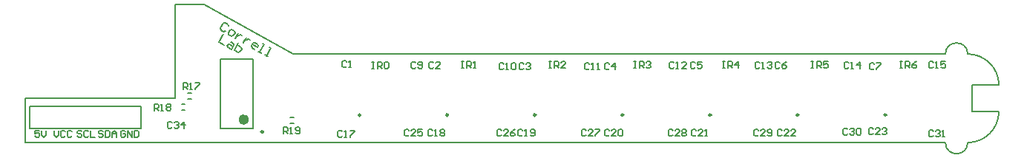
<source format=gto>
%FSLAX23Y23*%
%MOIN*%
G70*
G01*
G75*
%ADD10R,0.028X0.035*%
%ADD11R,0.063X0.016*%
%ADD12R,0.014X0.063*%
%ADD13O,0.055X0.018*%
%ADD14R,0.035X0.031*%
%ADD15C,0.015*%
%ADD16C,0.020*%
%ADD17C,0.007*%
%ADD18C,0.005*%
%ADD19C,0.059*%
%ADD20C,0.100*%
%ADD21R,0.059X0.059*%
%ADD22C,0.029*%
%ADD23R,0.039X0.020*%
%ADD24R,0.020X0.039*%
%ADD25R,0.035X0.028*%
%ADD26C,0.010*%
%ADD27C,0.024*%
%ADD28C,0.010*%
%ADD29C,0.008*%
D18*
X2385Y3840D02*
Y3870D01*
X2400D01*
X2405Y3865D01*
Y3855D01*
X2400Y3850D01*
X2385D01*
X2395D02*
X2405Y3840D01*
X2415D02*
X2425D01*
X2420D01*
Y3870D01*
X2415Y3865D01*
X2440Y3845D02*
X2445Y3840D01*
X2455D01*
X2460Y3845D01*
Y3865D01*
X2455Y3870D01*
X2445D01*
X2440Y3865D01*
Y3860D01*
X2445Y3855D01*
X2460D01*
X3961Y4166D02*
X3971D01*
X3966D01*
Y4136D01*
X3961D01*
X3971D01*
X3986D02*
Y4166D01*
X4001D01*
X4006Y4161D01*
Y4151D01*
X4001Y4146D01*
X3986D01*
X3996D02*
X4006Y4136D01*
X4016Y4161D02*
X4021Y4166D01*
X4031D01*
X4036Y4161D01*
Y4156D01*
X4031Y4151D01*
X4026D01*
X4031D01*
X4036Y4146D01*
Y4141D01*
X4031Y4136D01*
X4021D01*
X4016Y4141D01*
X2670Y4165D02*
X2665Y4170D01*
X2655D01*
X2650Y4165D01*
Y4145D01*
X2655Y4140D01*
X2665D01*
X2670Y4145D01*
X2680Y4140D02*
X2690D01*
X2685D01*
Y4170D01*
X2680Y4165D01*
X3060Y4160D02*
X3055Y4165D01*
X3045D01*
X3040Y4160D01*
Y4140D01*
X3045Y4135D01*
X3055D01*
X3060Y4140D01*
X3090Y4135D02*
X3070D01*
X3090Y4155D01*
Y4160D01*
X3085Y4165D01*
X3075D01*
X3070Y4160D01*
X3465Y4155D02*
X3460Y4160D01*
X3450D01*
X3445Y4155D01*
Y4135D01*
X3450Y4130D01*
X3460D01*
X3465Y4135D01*
X3475Y4155D02*
X3480Y4160D01*
X3490D01*
X3495Y4155D01*
Y4150D01*
X3490Y4145D01*
X3485D01*
X3490D01*
X3495Y4140D01*
Y4135D01*
X3490Y4130D01*
X3480D01*
X3475Y4135D01*
X3850Y4155D02*
X3845Y4160D01*
X3835D01*
X3830Y4155D01*
Y4135D01*
X3835Y4130D01*
X3845D01*
X3850Y4135D01*
X3875Y4130D02*
Y4160D01*
X3860Y4145D01*
X3880D01*
X4235Y4160D02*
X4230Y4165D01*
X4220D01*
X4215Y4160D01*
Y4140D01*
X4220Y4135D01*
X4230D01*
X4235Y4140D01*
X4265Y4165D02*
X4245D01*
Y4150D01*
X4255Y4155D01*
X4260D01*
X4265Y4150D01*
Y4140D01*
X4260Y4135D01*
X4250D01*
X4245Y4140D01*
X4615Y4160D02*
X4610Y4165D01*
X4600D01*
X4595Y4160D01*
Y4140D01*
X4600Y4135D01*
X4610D01*
X4615Y4140D01*
X4645Y4165D02*
X4635Y4160D01*
X4625Y4150D01*
Y4140D01*
X4630Y4135D01*
X4640D01*
X4645Y4140D01*
Y4145D01*
X4640Y4150D01*
X4625D01*
X5040Y4155D02*
X5035Y4160D01*
X5025D01*
X5020Y4155D01*
Y4135D01*
X5025Y4130D01*
X5035D01*
X5040Y4135D01*
X5050Y4160D02*
X5070D01*
Y4155D01*
X5050Y4135D01*
Y4130D01*
X2980Y4160D02*
X2975Y4165D01*
X2965D01*
X2960Y4160D01*
Y4140D01*
X2965Y4135D01*
X2975D01*
X2980Y4140D01*
X2990D02*
X2995Y4135D01*
X3005D01*
X3010Y4140D01*
Y4160D01*
X3005Y4165D01*
X2995D01*
X2990Y4160D01*
Y4155D01*
X2995Y4150D01*
X3010D01*
X3375Y4155D02*
X3370Y4160D01*
X3360D01*
X3355Y4155D01*
Y4135D01*
X3360Y4130D01*
X3370D01*
X3375Y4135D01*
X3385Y4130D02*
X3395D01*
X3390D01*
Y4160D01*
X3385Y4155D01*
X3410D02*
X3415Y4160D01*
X3425D01*
X3430Y4155D01*
Y4135D01*
X3425Y4130D01*
X3415D01*
X3410Y4135D01*
Y4155D01*
X3760D02*
X3755Y4160D01*
X3745D01*
X3740Y4155D01*
Y4135D01*
X3745Y4130D01*
X3755D01*
X3760Y4135D01*
X3770Y4130D02*
X3780D01*
X3775D01*
Y4160D01*
X3770Y4155D01*
X3795Y4130D02*
X3805D01*
X3800D01*
Y4160D01*
X3795Y4155D01*
X4140Y4160D02*
X4135Y4165D01*
X4125D01*
X4120Y4160D01*
Y4140D01*
X4125Y4135D01*
X4135D01*
X4140Y4140D01*
X4150Y4135D02*
X4160D01*
X4155D01*
Y4165D01*
X4150Y4160D01*
X4195Y4135D02*
X4175D01*
X4195Y4155D01*
Y4160D01*
X4190Y4165D01*
X4180D01*
X4175Y4160D01*
X4525D02*
X4520Y4165D01*
X4510D01*
X4505Y4160D01*
Y4140D01*
X4510Y4135D01*
X4520D01*
X4525Y4140D01*
X4535Y4135D02*
X4545D01*
X4540D01*
Y4165D01*
X4535Y4160D01*
X4560D02*
X4565Y4165D01*
X4575D01*
X4580Y4160D01*
Y4155D01*
X4575Y4150D01*
X4570D01*
X4575D01*
X4580Y4145D01*
Y4140D01*
X4575Y4135D01*
X4565D01*
X4560Y4140D01*
X4925Y4160D02*
X4920Y4165D01*
X4910D01*
X4905Y4160D01*
Y4140D01*
X4910Y4135D01*
X4920D01*
X4925Y4140D01*
X4935Y4135D02*
X4945D01*
X4940D01*
Y4165D01*
X4935Y4160D01*
X4975Y4135D02*
Y4165D01*
X4960Y4150D01*
X4980D01*
X5305Y4161D02*
X5300Y4166D01*
X5290D01*
X5285Y4161D01*
Y4141D01*
X5290Y4136D01*
X5300D01*
X5305Y4141D01*
X5315Y4136D02*
X5325D01*
X5320D01*
Y4166D01*
X5315Y4161D01*
X5360Y4166D02*
X5340D01*
Y4151D01*
X5350Y4156D01*
X5355D01*
X5360Y4151D01*
Y4141D01*
X5355Y4136D01*
X5345D01*
X5340Y4141D01*
X2650Y3850D02*
X2645Y3855D01*
X2635D01*
X2630Y3850D01*
Y3830D01*
X2635Y3825D01*
X2645D01*
X2650Y3830D01*
X2660Y3825D02*
X2670D01*
X2665D01*
Y3855D01*
X2660Y3850D01*
X2685Y3855D02*
X2705D01*
Y3850D01*
X2685Y3830D01*
Y3825D01*
X3055Y3855D02*
X3050Y3860D01*
X3040D01*
X3035Y3855D01*
Y3835D01*
X3040Y3830D01*
X3050D01*
X3055Y3835D01*
X3065Y3830D02*
X3075D01*
X3070D01*
Y3860D01*
X3065Y3855D01*
X3090D02*
X3095Y3860D01*
X3105D01*
X3110Y3855D01*
Y3850D01*
X3105Y3845D01*
X3110Y3840D01*
Y3835D01*
X3105Y3830D01*
X3095D01*
X3090Y3835D01*
Y3840D01*
X3095Y3845D01*
X3090Y3850D01*
Y3855D01*
X3095Y3845D02*
X3105D01*
X3460Y3855D02*
X3455Y3860D01*
X3445D01*
X3440Y3855D01*
Y3835D01*
X3445Y3830D01*
X3455D01*
X3460Y3835D01*
X3470Y3830D02*
X3480D01*
X3475D01*
Y3860D01*
X3470Y3855D01*
X3495Y3835D02*
X3500Y3830D01*
X3510D01*
X3515Y3835D01*
Y3855D01*
X3510Y3860D01*
X3500D01*
X3495Y3855D01*
Y3850D01*
X3500Y3845D01*
X3515D01*
X3850Y3855D02*
X3845Y3860D01*
X3835D01*
X3830Y3855D01*
Y3835D01*
X3835Y3830D01*
X3845D01*
X3850Y3835D01*
X3880Y3830D02*
X3860D01*
X3880Y3850D01*
Y3855D01*
X3875Y3860D01*
X3865D01*
X3860Y3855D01*
X3890D02*
X3895Y3860D01*
X3905D01*
X3910Y3855D01*
Y3835D01*
X3905Y3830D01*
X3895D01*
X3890Y3835D01*
Y3855D01*
X4240D02*
X4235Y3860D01*
X4225D01*
X4220Y3855D01*
Y3835D01*
X4225Y3830D01*
X4235D01*
X4240Y3835D01*
X4270Y3830D02*
X4250D01*
X4270Y3850D01*
Y3855D01*
X4265Y3860D01*
X4255D01*
X4250Y3855D01*
X4280Y3830D02*
X4290D01*
X4285D01*
Y3860D01*
X4280Y3855D01*
X4625D02*
X4620Y3860D01*
X4610D01*
X4605Y3855D01*
Y3835D01*
X4610Y3830D01*
X4620D01*
X4625Y3835D01*
X4655Y3830D02*
X4635D01*
X4655Y3850D01*
Y3855D01*
X4650Y3860D01*
X4640D01*
X4635Y3855D01*
X4685Y3830D02*
X4665D01*
X4685Y3850D01*
Y3855D01*
X4680Y3860D01*
X4670D01*
X4665Y3855D01*
X5035Y3861D02*
X5030Y3866D01*
X5020D01*
X5015Y3861D01*
Y3841D01*
X5020Y3836D01*
X5030D01*
X5035Y3841D01*
X5065Y3836D02*
X5045D01*
X5065Y3856D01*
Y3861D01*
X5060Y3866D01*
X5050D01*
X5045Y3861D01*
X5075D02*
X5080Y3866D01*
X5090D01*
X5095Y3861D01*
Y3856D01*
X5090Y3851D01*
X5085D01*
X5090D01*
X5095Y3846D01*
Y3841D01*
X5090Y3836D01*
X5080D01*
X5075Y3841D01*
X2950Y3855D02*
X2945Y3860D01*
X2935D01*
X2930Y3855D01*
Y3835D01*
X2935Y3830D01*
X2945D01*
X2950Y3835D01*
X2980Y3830D02*
X2960D01*
X2980Y3850D01*
Y3855D01*
X2975Y3860D01*
X2965D01*
X2960Y3855D01*
X3010Y3860D02*
X2990D01*
Y3845D01*
X3000Y3850D01*
X3005D01*
X3010Y3845D01*
Y3835D01*
X3005Y3830D01*
X2995D01*
X2990Y3835D01*
X3365Y3855D02*
X3360Y3860D01*
X3350D01*
X3345Y3855D01*
Y3835D01*
X3350Y3830D01*
X3360D01*
X3365Y3835D01*
X3395Y3830D02*
X3375D01*
X3395Y3850D01*
Y3855D01*
X3390Y3860D01*
X3380D01*
X3375Y3855D01*
X3425Y3860D02*
X3415Y3855D01*
X3405Y3845D01*
Y3835D01*
X3410Y3830D01*
X3420D01*
X3425Y3835D01*
Y3840D01*
X3420Y3845D01*
X3405D01*
X3745Y3855D02*
X3740Y3860D01*
X3730D01*
X3725Y3855D01*
Y3835D01*
X3730Y3830D01*
X3740D01*
X3745Y3835D01*
X3775Y3830D02*
X3755D01*
X3775Y3850D01*
Y3855D01*
X3770Y3860D01*
X3760D01*
X3755Y3855D01*
X3785Y3860D02*
X3805D01*
Y3855D01*
X3785Y3835D01*
Y3830D01*
X4135Y3855D02*
X4130Y3860D01*
X4120D01*
X4115Y3855D01*
Y3835D01*
X4120Y3830D01*
X4130D01*
X4135Y3835D01*
X4165Y3830D02*
X4145D01*
X4165Y3850D01*
Y3855D01*
X4160Y3860D01*
X4150D01*
X4145Y3855D01*
X4175D02*
X4180Y3860D01*
X4190D01*
X4195Y3855D01*
Y3850D01*
X4190Y3845D01*
X4195Y3840D01*
Y3835D01*
X4190Y3830D01*
X4180D01*
X4175Y3835D01*
Y3840D01*
X4180Y3845D01*
X4175Y3850D01*
Y3855D01*
X4180Y3845D02*
X4190D01*
X4520Y3855D02*
X4515Y3860D01*
X4505D01*
X4500Y3855D01*
Y3835D01*
X4505Y3830D01*
X4515D01*
X4520Y3835D01*
X4550Y3830D02*
X4530D01*
X4550Y3850D01*
Y3855D01*
X4545Y3860D01*
X4535D01*
X4530Y3855D01*
X4560Y3835D02*
X4565Y3830D01*
X4575D01*
X4580Y3835D01*
Y3855D01*
X4575Y3860D01*
X4565D01*
X4560Y3855D01*
Y3850D01*
X4565Y3845D01*
X4580D01*
X4920Y3860D02*
X4915Y3865D01*
X4905D01*
X4900Y3860D01*
Y3840D01*
X4905Y3835D01*
X4915D01*
X4920Y3840D01*
X4930Y3860D02*
X4935Y3865D01*
X4945D01*
X4950Y3860D01*
Y3855D01*
X4945Y3850D01*
X4940D01*
X4945D01*
X4950Y3845D01*
Y3840D01*
X4945Y3835D01*
X4935D01*
X4930Y3840D01*
X4960Y3860D02*
X4965Y3865D01*
X4975D01*
X4980Y3860D01*
Y3840D01*
X4975Y3835D01*
X4965D01*
X4960Y3840D01*
Y3860D01*
X5305Y3851D02*
X5300Y3856D01*
X5290D01*
X5285Y3851D01*
Y3831D01*
X5290Y3826D01*
X5300D01*
X5305Y3831D01*
X5315Y3851D02*
X5320Y3856D01*
X5330D01*
X5335Y3851D01*
Y3846D01*
X5330Y3841D01*
X5325D01*
X5330D01*
X5335Y3836D01*
Y3831D01*
X5330Y3826D01*
X5320D01*
X5315Y3831D01*
X5345Y3826D02*
X5355D01*
X5350D01*
Y3856D01*
X5345Y3851D01*
X1885Y3890D02*
X1880Y3895D01*
X1870D01*
X1865Y3890D01*
Y3870D01*
X1870Y3865D01*
X1880D01*
X1885Y3870D01*
X1895Y3890D02*
X1900Y3895D01*
X1910D01*
X1915Y3890D01*
Y3885D01*
X1910Y3880D01*
X1905D01*
X1910D01*
X1915Y3875D01*
Y3870D01*
X1910Y3865D01*
X1900D01*
X1895Y3870D01*
X1940Y3865D02*
Y3895D01*
X1925Y3880D01*
X1945D01*
X2783Y4165D02*
X2793D01*
X2788D01*
Y4135D01*
X2783D01*
X2793D01*
X2808D02*
Y4165D01*
X2823D01*
X2828Y4160D01*
Y4150D01*
X2823Y4145D01*
X2808D01*
X2818D02*
X2828Y4135D01*
X2838Y4160D02*
X2843Y4165D01*
X2853D01*
X2858Y4160D01*
Y4140D01*
X2853Y4135D01*
X2843D01*
X2838Y4140D01*
Y4160D01*
X3186Y4166D02*
X3196D01*
X3191D01*
Y4136D01*
X3186D01*
X3196D01*
X3211D02*
Y4166D01*
X3226D01*
X3231Y4161D01*
Y4151D01*
X3226Y4146D01*
X3211D01*
X3221D02*
X3231Y4136D01*
X3241D02*
X3251D01*
X3246D01*
Y4166D01*
X3241Y4161D01*
X3579Y4166D02*
X3589D01*
X3584D01*
Y4136D01*
X3579D01*
X3589D01*
X3604D02*
Y4166D01*
X3619D01*
X3624Y4161D01*
Y4151D01*
X3619Y4146D01*
X3604D01*
X3614D02*
X3624Y4136D01*
X3654D02*
X3634D01*
X3654Y4156D01*
Y4161D01*
X3649Y4166D01*
X3639D01*
X3634Y4161D01*
X4359Y4166D02*
X4369D01*
X4364D01*
Y4136D01*
X4359D01*
X4369D01*
X4384D02*
Y4166D01*
X4399D01*
X4404Y4161D01*
Y4151D01*
X4399Y4146D01*
X4384D01*
X4394D02*
X4404Y4136D01*
X4429D02*
Y4166D01*
X4414Y4151D01*
X4434D01*
X4757Y4166D02*
X4767D01*
X4762D01*
Y4136D01*
X4757D01*
X4767D01*
X4782D02*
Y4166D01*
X4797D01*
X4802Y4161D01*
Y4151D01*
X4797Y4146D01*
X4782D01*
X4792D02*
X4802Y4136D01*
X4832Y4166D02*
X4812D01*
Y4151D01*
X4822Y4156D01*
X4827D01*
X4832Y4151D01*
Y4141D01*
X4827Y4136D01*
X4817D01*
X4812Y4141D01*
X5155Y4166D02*
X5165D01*
X5160D01*
Y4136D01*
X5155D01*
X5165D01*
X5180D02*
Y4166D01*
X5195D01*
X5200Y4161D01*
Y4151D01*
X5195Y4146D01*
X5180D01*
X5190D02*
X5200Y4136D01*
X5230Y4166D02*
X5220Y4161D01*
X5210Y4151D01*
Y4141D01*
X5215Y4136D01*
X5225D01*
X5230Y4141D01*
Y4146D01*
X5225Y4151D01*
X5210D01*
X1935Y4040D02*
Y4070D01*
X1950D01*
X1955Y4065D01*
Y4055D01*
X1950Y4050D01*
X1935D01*
X1945D02*
X1955Y4040D01*
X1965D02*
X1975D01*
X1970D01*
Y4070D01*
X1965Y4065D01*
X1990Y4070D02*
X2010D01*
Y4065D01*
X1990Y4045D01*
Y4040D01*
X1805Y3945D02*
Y3975D01*
X1820D01*
X1825Y3970D01*
Y3960D01*
X1820Y3955D01*
X1805D01*
X1815D02*
X1825Y3945D01*
X1835D02*
X1845D01*
X1840D01*
Y3975D01*
X1835Y3970D01*
X1860D02*
X1865Y3975D01*
X1875D01*
X1880Y3970D01*
Y3965D01*
X1875Y3960D01*
X1880Y3955D01*
Y3950D01*
X1875Y3945D01*
X1865D01*
X1860Y3950D01*
Y3955D01*
X1865Y3960D01*
X1860Y3965D01*
Y3970D01*
X1865Y3960D02*
X1875D01*
X2115Y4290D02*
X2095Y4255D01*
X2118Y4242D01*
X2149Y4255D02*
X2160Y4249D01*
X2163Y4240D01*
X2153Y4222D01*
X2136Y4232D01*
X2133Y4241D01*
X2142Y4244D01*
X2160Y4234D01*
X2184Y4251D02*
X2165Y4216D01*
X2182Y4206D01*
X2191Y4209D01*
X2194Y4214D01*
X2198Y4220D01*
X2195Y4229D01*
X2178Y4239D01*
X2140Y4326D02*
X2137Y4335D01*
X2125Y4342D01*
X2116Y4339D01*
X2103Y4316D01*
X2106Y4307D01*
X2117Y4300D01*
X2127Y4303D01*
X2141Y4287D02*
X2152Y4281D01*
X2161Y4283D01*
X2168Y4295D01*
X2165Y4304D01*
X2154Y4310D01*
X2145Y4308D01*
X2138Y4296D01*
X2141Y4287D01*
X2183Y4294D02*
X2170Y4271D01*
X2176Y4282D01*
X2185Y4285D01*
X2194Y4287D01*
X2200Y4284D01*
X2218Y4274D02*
X2205Y4251D01*
X2211Y4263D01*
X2220Y4265D01*
X2229Y4268D01*
X2235Y4265D01*
X2257Y4222D02*
X2245Y4228D01*
X2243Y4237D01*
X2249Y4249D01*
X2258Y4252D01*
X2270Y4245D01*
X2272Y4236D01*
X2269Y4230D01*
X2246Y4243D01*
X2274Y4212D02*
X2286Y4205D01*
X2280Y4209D01*
X2300Y4244D01*
X2294Y4247D01*
X2303Y4196D02*
X2315Y4189D01*
X2309Y4192D01*
X2329Y4227D01*
X2323Y4230D01*
X1290Y3855D02*
X1270D01*
Y3840D01*
X1280Y3845D01*
X1285D01*
X1290Y3840D01*
Y3830D01*
X1285Y3825D01*
X1275D01*
X1270Y3830D01*
X1300Y3855D02*
Y3835D01*
X1310Y3825D01*
X1320Y3835D01*
Y3855D01*
X1675Y3850D02*
X1670Y3855D01*
X1660D01*
X1655Y3850D01*
Y3830D01*
X1660Y3825D01*
X1670D01*
X1675Y3830D01*
Y3840D01*
X1665D01*
X1685Y3825D02*
Y3855D01*
X1705Y3825D01*
Y3855D01*
X1715D02*
Y3825D01*
X1730D01*
X1735Y3830D01*
Y3850D01*
X1730Y3855D01*
X1715D01*
X1355D02*
Y3835D01*
X1365Y3825D01*
X1375Y3835D01*
Y3855D01*
X1405Y3850D02*
X1400Y3855D01*
X1390D01*
X1385Y3850D01*
Y3830D01*
X1390Y3825D01*
X1400D01*
X1405Y3830D01*
X1435Y3850D02*
X1430Y3855D01*
X1420D01*
X1415Y3850D01*
Y3830D01*
X1420Y3825D01*
X1430D01*
X1435Y3830D01*
X1480Y3850D02*
X1475Y3855D01*
X1465D01*
X1460Y3850D01*
Y3845D01*
X1465Y3840D01*
X1475D01*
X1480Y3835D01*
Y3830D01*
X1475Y3825D01*
X1465D01*
X1460Y3830D01*
X1510Y3850D02*
X1505Y3855D01*
X1495D01*
X1490Y3850D01*
Y3830D01*
X1495Y3825D01*
X1505D01*
X1510Y3830D01*
X1520Y3855D02*
Y3825D01*
X1540D01*
X1575Y3850D02*
X1570Y3855D01*
X1560D01*
X1555Y3850D01*
Y3845D01*
X1560Y3840D01*
X1570D01*
X1575Y3835D01*
Y3830D01*
X1570Y3825D01*
X1560D01*
X1555Y3830D01*
X1585Y3855D02*
Y3825D01*
X1600D01*
X1605Y3830D01*
Y3850D01*
X1600Y3855D01*
X1585D01*
X1615Y3825D02*
Y3845D01*
X1625Y3855D01*
X1635Y3845D01*
Y3825D01*
Y3840D01*
X1615D01*
X5460Y4200D02*
G03*
X5360Y4200I-50J0D01*
G01*
X5600Y4060D02*
G03*
X5460Y4200I-140J0D01*
G01*
X5360Y3800D02*
G03*
X5460Y3800I50J0D01*
G01*
D02*
G03*
X5600Y3940I0J140D01*
G01*
X1900Y4000D02*
Y4425D01*
X2430Y4200D02*
X5360D01*
X5480Y4060D02*
X5600D01*
X1225Y4000D02*
X1900D01*
X2030Y4425D02*
X2430Y4200D01*
X5480Y3940D02*
X5600D01*
X1225Y3800D02*
Y4000D01*
X1900Y4425D02*
X2030D01*
X5480Y3940D02*
Y4060D01*
X1225Y3800D02*
X5360D01*
D26*
X3520Y3925D02*
G03*
X3520Y3925I-5J0D01*
G01*
X5095D02*
G03*
X5095Y3925I-5J0D01*
G01*
X4701D02*
G03*
X4701Y3925I-5J0D01*
G01*
X4308D02*
G03*
X4308Y3925I-5J0D01*
G01*
X3126D02*
G03*
X3126Y3925I-5J0D01*
G01*
X2733Y3924D02*
G03*
X2733Y3924I-5J0D01*
G01*
X3914Y3925D02*
G03*
X3914Y3925I-5J0D01*
G01*
D27*
X2220Y3904D02*
G03*
X2220Y3904I-12J0D01*
G01*
D28*
X2296Y3849D02*
G03*
X2296Y3849I-5J0D01*
G01*
D29*
X2417Y3914D02*
X2433D01*
X2417Y3886D02*
X2433D01*
X1957Y3996D02*
X1973D01*
X1957Y4024D02*
X1973D01*
X1928Y3946D02*
X1943D01*
X1928Y3974D02*
X1943D01*
X2102Y4176D02*
X2248D01*
X2102Y3864D02*
X2248D01*
X2102D02*
Y4176D01*
X2248Y3864D02*
Y4176D01*
X1745Y3865D02*
Y3965D01*
X1245Y3865D02*
X1745D01*
X1245Y3965D02*
X1745D01*
X1245Y3865D02*
Y3965D01*
M02*

</source>
